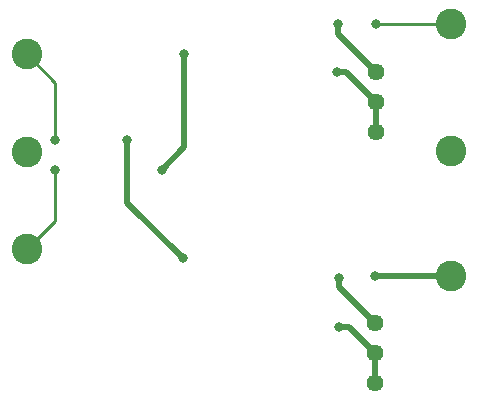
<source format=gbr>
G04 #@! TF.GenerationSoftware,KiCad,Pcbnew,(5.1.7-0-10_14)*
G04 #@! TF.CreationDate,2020-10-25T16:22:19+01:00*
G04 #@! TF.ProjectId,lv-lownoise-psu,6c762d6c-6f77-46e6-9f69-73652d707375,rev?*
G04 #@! TF.SameCoordinates,Original*
G04 #@! TF.FileFunction,Copper,L2,Bot*
G04 #@! TF.FilePolarity,Positive*
%FSLAX46Y46*%
G04 Gerber Fmt 4.6, Leading zero omitted, Abs format (unit mm)*
G04 Created by KiCad (PCBNEW (5.1.7-0-10_14)) date 2020-10-25 16:22:19*
%MOMM*%
%LPD*%
G01*
G04 APERTURE LIST*
G04 #@! TA.AperFunction,ComponentPad*
%ADD10C,1.440000*%
G04 #@! TD*
G04 #@! TA.AperFunction,ComponentPad*
%ADD11C,2.600000*%
G04 #@! TD*
G04 #@! TA.AperFunction,ViaPad*
%ADD12C,0.800000*%
G04 #@! TD*
G04 #@! TA.AperFunction,Conductor*
%ADD13C,0.500000*%
G04 #@! TD*
G04 #@! TA.AperFunction,Conductor*
%ADD14C,0.250000*%
G04 #@! TD*
G04 APERTURE END LIST*
D10*
X116332000Y-78613000D03*
X116332000Y-81153000D03*
X116332000Y-83693000D03*
X116459000Y-62484000D03*
X116459000Y-59944000D03*
X116459000Y-57404000D03*
D11*
X122809000Y-74676000D03*
X122809000Y-64058800D03*
X122809000Y-53340000D03*
X86868000Y-55880000D03*
X86868000Y-64135000D03*
X86868000Y-72390000D03*
D12*
X100203000Y-55880000D03*
X98298000Y-65659000D03*
X95377000Y-63119000D03*
X100076000Y-73152000D03*
X113246001Y-53302001D03*
X116459000Y-53340000D03*
X116332000Y-74676000D03*
X113284000Y-74803000D03*
X89281000Y-65659000D03*
X89281000Y-63119000D03*
X113157000Y-57404000D03*
X113284000Y-78994000D03*
D13*
X100203000Y-63754000D02*
X98298000Y-65659000D01*
X100203000Y-55880000D02*
X100203000Y-63754000D01*
X95377000Y-68453000D02*
X100076000Y-73152000D01*
X95377000Y-63119000D02*
X95377000Y-68453000D01*
X113246001Y-54191001D02*
X113246001Y-53302001D01*
X116459000Y-57404000D02*
X113246001Y-54191001D01*
D14*
X116459000Y-53340000D02*
X122809000Y-53340000D01*
D13*
X116332000Y-74676000D02*
X122809000Y-74676000D01*
X116332000Y-78613000D02*
X113284000Y-75565000D01*
X113284000Y-75565000D02*
X113284000Y-74803000D01*
D14*
X89281000Y-69977000D02*
X86868000Y-72390000D01*
X89281000Y-65659000D02*
X89281000Y-69977000D01*
X89281000Y-58293000D02*
X86868000Y-55880000D01*
X89281000Y-63119000D02*
X89281000Y-58293000D01*
D13*
X113919000Y-57404000D02*
X116459000Y-59944000D01*
X113157000Y-57404000D02*
X113919000Y-57404000D01*
X116459000Y-59944000D02*
X116459000Y-62484000D01*
X116332000Y-83693000D02*
X116332000Y-81153000D01*
X114173000Y-78994000D02*
X116332000Y-81153000D01*
X113284000Y-78994000D02*
X114173000Y-78994000D01*
M02*

</source>
